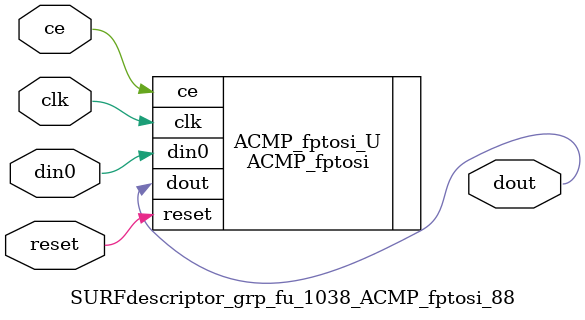
<source format=v>

`timescale 1 ns / 1 ps
module SURFdescriptor_grp_fu_1038_ACMP_fptosi_88(
    clk,
    reset,
    ce,
    din0,
    dout);

parameter ID = 32'd1;
parameter NUM_STAGE = 32'd1;
parameter din0_WIDTH = 32'd1;
parameter dout_WIDTH = 32'd1;
input clk;
input reset;
input ce;
input[din0_WIDTH - 1:0] din0;
output[dout_WIDTH - 1:0] dout;



ACMP_fptosi #(
.ID( ID ),
.NUM_STAGE( 3 ),
.din0_WIDTH( din0_WIDTH ),
.dout_WIDTH( dout_WIDTH ))
ACMP_fptosi_U(
    .clk( clk ),
    .reset( reset ),
    .ce( ce ),
    .din0( din0 ),
    .dout( dout ));

endmodule

</source>
